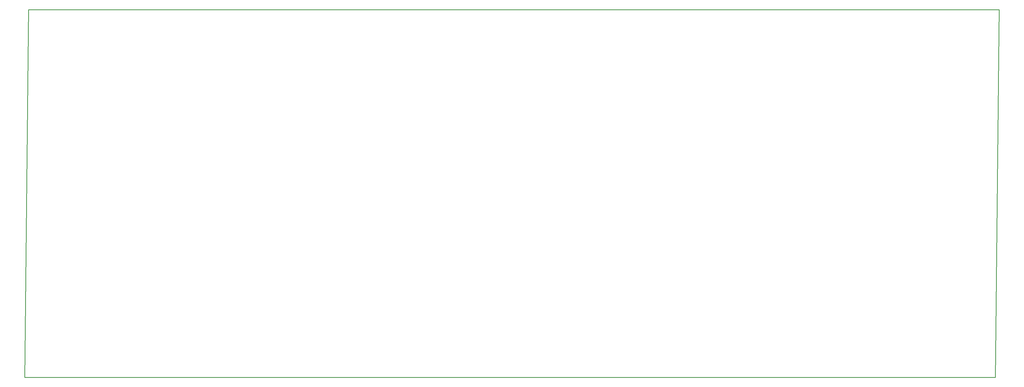
<source format=gbr>
G04 EAGLE Gerber RS-274X export*
G75*
%MOMM*%
%FSLAX34Y34*%
%LPD*%
%IN*%
%IPPOS*%
%AMOC8*
5,1,8,0,0,1.08239X$1,22.5*%
G01*
G04 Define Apertures*
%ADD10C,0.254000*%
D10*
X0Y0D02*
X3233302Y0D01*
X3246002Y1225325D01*
X12700Y1225325D01*
X0Y0D01*
M02*

</source>
